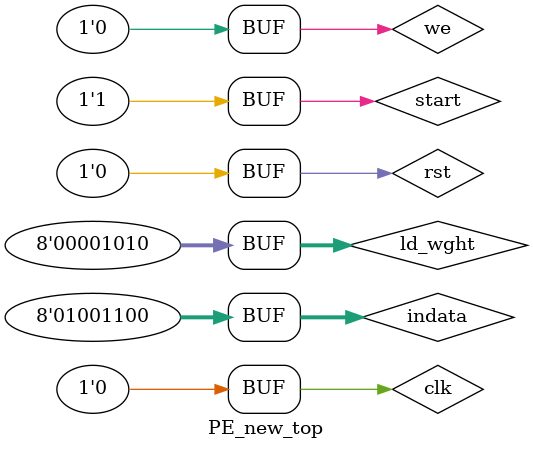
<source format=v>
`timescale 1ns / 1ps


module PE_new_top#(parameter W=8,L=6, pix=5*5, dim=8);
reg clk, rst, start, we;
reg [W-1:0] indata, ld_wght;

wire [W-1:0]t33;
wire ready, we_O,done;
wire  [W-1:0] weight_out, h, v;

PE_NEW_TOPMODULE ut(.clk(clk), .rst(rst), .start(start), .we(we), .indata(indata), .weight_in(ld_wght),  .t33(t33));

         always begin
                 clk = 1; #5; clk = 0; #5; // 10ns period
         end
         initial
         begin        
         #2 ld_wght=1;   we=1;  rst=0;     start=0; rst=0;
         #10 ld_wght=2;
         #10 ld_wght=3;
         #10 ld_wght=4;
         #10 ld_wght=5;   
         #10 ld_wght=6;
         #10 ld_wght=7;
         #10 ld_wght=8;
         #10 ld_wght=9;
         #10 ld_wght=10; 
         #10 ld_wght=1;          
         #10 ld_wght=2;
         #10 ld_wght=3;
         #10 ld_wght=4;
         #10 ld_wght=5;   
         #10 ld_wght=6;
         #10 ld_wght=7;
         #10 ld_wght=8;
         #10 ld_wght=9;
         #10 ld_wght=10;
         #10 ld_wght=1;          
         #10 ld_wght=2;
         #10 ld_wght=3;
         #10 ld_wght=4;
         #10 ld_wght=5;   
         #10 ld_wght=6;
         #10 ld_wght=7;
         #10 ld_wght=8;
         #10 ld_wght=9;
         #10 ld_wght=10;              
         #10 ld_wght=1;          
         #10 ld_wght=2;
         #10 ld_wght=3;
         #10 ld_wght=4;
         #10 ld_wght=5;   
         #10 ld_wght=6;
         #10 ld_wght=7;
         #10 ld_wght=8;
         #10 ld_wght=9;
         #10 ld_wght=10;              
         #10 ld_wght=1;          
         #10 ld_wght=2;
         #10 ld_wght=3;
         #10 ld_wght=4;
         #10 ld_wght=5;   
         #10 ld_wght=6;
         #10 ld_wght=7;
         #10 ld_wght=8;
         #10 ld_wght=9;
         #10 ld_wght=10;              
         #10 ld_wght=1;          
         #10 ld_wght=2;
         #10 ld_wght=3;
         #10 ld_wght=4;
         #10 ld_wght=5;   
         #10 ld_wght=6;
         #10 ld_wght=7;
         #10 ld_wght=8;
         #10 ld_wght=9;
         #10 ld_wght=10;              
         #10 ld_wght=1;          
         #10 ld_wght=2;
         #10 ld_wght=3;
         #10 ld_wght=4;
         #10 ld_wght=5;   
         #10 ld_wght=6;
         #10 ld_wght=7;
         #10 ld_wght=8;
         #10 ld_wght=9;
         #10 ld_wght=10;              
         #10 ld_wght=1;          
         #10 ld_wght=2;
         #10 ld_wght=3;
         #10 ld_wght=4;
         #10 ld_wght=5;   
         #10 ld_wght=6;
         #10 ld_wght=7;
         #10 ld_wght=8;
         #10 ld_wght=9;
         #10 ld_wght=10;              
         #10 ld_wght=1;          
         #10 ld_wght=2;
         #10 ld_wght=3;
         #10 ld_wght=4;
         #10 ld_wght=5;   
         #10 ld_wght=6;
         #10 ld_wght=7;
         #10 ld_wght=8;
         #10 ld_wght=9;
         #10 ld_wght=10;              
         #10 ld_wght=1;          
         #10 ld_wght=2;
         #10 ld_wght=3;
         #10 ld_wght=4;
         #10 ld_wght=5;   
         #10 ld_wght=6;
         #10 ld_wght=7;
         #10 ld_wght=8;
         #10 ld_wght=9;
         #10 ld_wght=10;              
         #10 ld_wght=1;          
         #10 ld_wght=2;
         #10 ld_wght=3;
         #10 ld_wght=4;
         #10 ld_wght=5;   
         #10 ld_wght=6;
         #10 ld_wght=7;
         #10 ld_wght=8;
         #10 ld_wght=9;
         #10 ld_wght=10;              
         #10 ld_wght=1;          
         #10 ld_wght=2;
         #10 ld_wght=3;
         #10 ld_wght=4;
         #10 ld_wght=5;   
         #10 ld_wght=6;
         #10 ld_wght=7;
         #10 ld_wght=8;
         #10 ld_wght=9;
         #10 ld_wght=10;              
         #10 ld_wght=1;          
         #10 ld_wght=2;
         #10 ld_wght=3;
         #10 ld_wght=4;
         #10 ld_wght=5;   
         #10 ld_wght=6;
         #10 ld_wght=7;
         #10 ld_wght=8;
         #10 ld_wght=9;
         #10 ld_wght=10;              
         #10 ld_wght=1;          
         #10 ld_wght=2;
         #10 ld_wght=3;
         #10 ld_wght=4;
         #10 ld_wght=5;   
         #10 ld_wght=6;
         #10 ld_wght=7;
         #10 ld_wght=8;
         #10 ld_wght=9;
         #10 ld_wght=10;              
         #10 ld_wght=1;          
         #10 ld_wght=2;
         #10 ld_wght=3;
         #10 ld_wght=4;
         #10 ld_wght=5;   
         #10 ld_wght=6;
         #10 ld_wght=7;
         #10 ld_wght=8;
         #10 ld_wght=9;
         #10 ld_wght=10;  
         #40;
         #10 we=0;
         #200; 
         #10  indata = 10; start=1; rst=0; //cnt=1; 
         #10  indata = 20;   //cnt = 2; 
         #10  indata = 30;   //cnt = 3;
         #10  indata = 40;   //cnt =  4;
         #10  indata = 50;   //cnt =  5;
         #10  indata = 60;   //cnt =  6;
         #10  indata = 70;  //cnt =  7;
         #10  indata = 80;   //cnt =  8; 
         #10  indata = 11;   //cnt =  9;
         #10  indata = 21;   //cnt =  10;
         #10  indata = 31;   //cnt =  11;
         #10  indata = 41;  //cnt =   12;
         #10  indata = 51;  //cnt =  13;
         #10  indata = 61;  //cnt=  14;
         #10  indata = 71;  //cnt =  15;
         #10  indata = 81;  //cnt =  16;
         #10  indata = 12;   //cnt =  17;
         #10  indata = 22;   //cnt =  18;
         #10  indata = 32;   //cnt =  19;
         #10  indata = 42;   //cnt =  20;
         #10  indata = 52;  //cnt =  21;
         #10  indata = 62;   //cnt =  22;
         #10  indata = 72;  //cnt =  23;
         #10  indata = 82;  //cnt =  24;
         #10  indata = 13;   //cnt =  25;
         #10  indata = 23;   //cnt =  26;
         #10  indata = 33;   //cnt =  27;
         #10  indata = 43;   //cnt =  28;
         #10  indata = 53;  //cnt =  29;
         #10  indata = 63;   //cnt =  30;
         #10  indata = 73;  //cnt =  31;
         #10  indata = 83;  //cnt =  32;
         #10  indata = 14;   //cnt =  33;
         #10  indata = 24;   //cnt =  34;
         #10  indata = 34;   //cnt =  35;
         #10  indata = 44;   //cnt =  36;
         #10  indata = 54;  //cnt =  37;
         #10  indata = 64;   //cnt =  38;
         #10  indata = 74;  //cnt =  39;
         #10  indata = 84;  //cnt=   40;
         #10  indata = 15;   //cnt =  41;
         #10  indata = 25;   //cnt =  42;
         #10  indata = 35;   //cnt =  43;
         #10  indata = 45;   //cnt =  44;
         #10  indata = 55;  //cnt =  45;
         #10  indata = 65;   //cnt =  46;
         #10  indata = 75;  //cnt =  47;
         #10  indata = 85;  //cnt =  48;
         #10  indata = 16;   //cnt =  49;
         #10  indata = 26;   //cnt =  50;
         #10  indata = 36; //cnt=   51;
         #10  indata = 46;   //cnt =  52;
         #10  indata = 56;  //cnt =  53;
         #10  indata = 66;   //cnt =  54;
         #10  indata = 76;  //cnt =  55;
         #10  indata = 84;  //cnt=   40;
         #10  indata = 15;   //cnt =  41;
         #10  indata = 25;   //cnt =  42;
         #10  indata = 35;   //cnt =  43;
         #10  indata = 45;   //cnt =  44;
         #10  indata = 55;  //cnt =  45;
         #10  indata = 65;   //cnt =  46;
         #10  indata = 75;  //cnt =  47;
         #10  indata = 85;  //cnt =  48;
         #10  indata = 16;   //cnt =  49;
         #10  indata = 26;   //cnt =  50;
         #10  indata = 36; //cnt=   51;
         #10  indata = 46;   //cnt =  52;
         #10  indata = 56;  //cnt =  53;
         #10  indata = 66;   //cnt =  54;
         #10  indata = 76;  //cnt =  55;         
    end

endmodule

</source>
